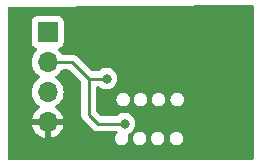
<source format=gbr>
%TF.GenerationSoftware,KiCad,Pcbnew,7.0.6-7.0.6~ubuntu22.04.1*%
%TF.CreationDate,2023-08-07T17:02:43+02:00*%
%TF.ProjectId,SHT45,53485434-352e-46b6-9963-61645f706362,rev?*%
%TF.SameCoordinates,Original*%
%TF.FileFunction,Copper,L2,Bot*%
%TF.FilePolarity,Positive*%
%FSLAX46Y46*%
G04 Gerber Fmt 4.6, Leading zero omitted, Abs format (unit mm)*
G04 Created by KiCad (PCBNEW 7.0.6-7.0.6~ubuntu22.04.1) date 2023-08-07 17:02:43*
%MOMM*%
%LPD*%
G01*
G04 APERTURE LIST*
%TA.AperFunction,ComponentPad*%
%ADD10R,1.700000X1.700000*%
%TD*%
%TA.AperFunction,ComponentPad*%
%ADD11O,1.700000X1.700000*%
%TD*%
%TA.AperFunction,ViaPad*%
%ADD12C,0.800000*%
%TD*%
%TA.AperFunction,Conductor*%
%ADD13C,0.250000*%
%TD*%
G04 APERTURE END LIST*
D10*
%TO.P,J1,1,Pin_1*%
%TO.N,+3.3V*%
X125044000Y-84196000D03*
D11*
%TO.P,J1,2,Pin_2*%
%TO.N,/SCL*%
X125044000Y-86736000D03*
%TO.P,J1,3,Pin_3*%
%TO.N,/SDA*%
X125044000Y-89276000D03*
%TO.P,J1,4,Pin_4*%
%TO.N,GND*%
X125044000Y-91816000D03*
%TD*%
D12*
%TO.N,/SCL*%
X131572000Y-91948000D03*
X130048000Y-88138000D03*
%TD*%
D13*
%TO.N,/SCL*%
X125044000Y-86736000D02*
X127122000Y-86736000D01*
X127122000Y-86736000D02*
X128524000Y-88138000D01*
X129286000Y-91948000D02*
X131572000Y-91948000D01*
X130048000Y-88138000D02*
X128524000Y-88138000D01*
X128524000Y-88138000D02*
X128524000Y-91186000D01*
X128524000Y-91186000D02*
X129286000Y-91948000D01*
%TD*%
%TA.AperFunction,Conductor*%
%TO.N,GND*%
G36*
X142435878Y-81935052D02*
G01*
X142481966Y-81987566D01*
X142493500Y-82039790D01*
X142493500Y-94871500D01*
X142473815Y-94938539D01*
X142421011Y-94984294D01*
X142369500Y-94995500D01*
X121790000Y-94995500D01*
X121722961Y-94975815D01*
X121677206Y-94923011D01*
X121666000Y-94871500D01*
X121666000Y-89276000D01*
X123688341Y-89276000D01*
X123708936Y-89511403D01*
X123708938Y-89511413D01*
X123770094Y-89739655D01*
X123770096Y-89739659D01*
X123770097Y-89739663D01*
X123860816Y-89934209D01*
X123869965Y-89953830D01*
X123869967Y-89953834D01*
X124005501Y-90147395D01*
X124005506Y-90147402D01*
X124172597Y-90314493D01*
X124172603Y-90314498D01*
X124198467Y-90332608D01*
X124305332Y-90407436D01*
X124358594Y-90444730D01*
X124402219Y-90499307D01*
X124409413Y-90568805D01*
X124377890Y-90631160D01*
X124358595Y-90647880D01*
X124172922Y-90777890D01*
X124172920Y-90777891D01*
X124005891Y-90944920D01*
X124005886Y-90944926D01*
X123870400Y-91138420D01*
X123870399Y-91138422D01*
X123770570Y-91352507D01*
X123770567Y-91352513D01*
X123713364Y-91565999D01*
X123713364Y-91566000D01*
X124610314Y-91566000D01*
X124584507Y-91606156D01*
X124544000Y-91744111D01*
X124544000Y-91887889D01*
X124584507Y-92025844D01*
X124610314Y-92066000D01*
X123713364Y-92066000D01*
X123770567Y-92279486D01*
X123770570Y-92279492D01*
X123870399Y-92493578D01*
X124005894Y-92687082D01*
X124172917Y-92854105D01*
X124366421Y-92989600D01*
X124580507Y-93089429D01*
X124580516Y-93089433D01*
X124794000Y-93146634D01*
X124794000Y-92251501D01*
X124901685Y-92300680D01*
X125008237Y-92316000D01*
X125079763Y-92316000D01*
X125186315Y-92300680D01*
X125294000Y-92251501D01*
X125294000Y-93146633D01*
X125507483Y-93089433D01*
X125507492Y-93089429D01*
X125721578Y-92989600D01*
X125915082Y-92854105D01*
X126082105Y-92687082D01*
X126217600Y-92493578D01*
X126317429Y-92279492D01*
X126317432Y-92279486D01*
X126374636Y-92066000D01*
X125477686Y-92066000D01*
X125503493Y-92025844D01*
X125544000Y-91887889D01*
X125544000Y-91744111D01*
X125503493Y-91606156D01*
X125477686Y-91566000D01*
X126374636Y-91566000D01*
X126374635Y-91565999D01*
X126317432Y-91352513D01*
X126317429Y-91352507D01*
X126217600Y-91138422D01*
X126217599Y-91138420D01*
X126082113Y-90944926D01*
X126082108Y-90944920D01*
X125915078Y-90777890D01*
X125729405Y-90647879D01*
X125685780Y-90593302D01*
X125678588Y-90523804D01*
X125710110Y-90461449D01*
X125729406Y-90444730D01*
X125775367Y-90412548D01*
X125915401Y-90314495D01*
X126082495Y-90147401D01*
X126218035Y-89953830D01*
X126317903Y-89739663D01*
X126379063Y-89511408D01*
X126399659Y-89276000D01*
X126379063Y-89040592D01*
X126317903Y-88812337D01*
X126218035Y-88598171D01*
X126153696Y-88506284D01*
X126082494Y-88404597D01*
X125915402Y-88237506D01*
X125915401Y-88237505D01*
X125729842Y-88107575D01*
X125729841Y-88107574D01*
X125686216Y-88052997D01*
X125679024Y-87983498D01*
X125710546Y-87921144D01*
X125729836Y-87904428D01*
X125915401Y-87774495D01*
X126082495Y-87607401D01*
X126217651Y-87414377D01*
X126272229Y-87370752D01*
X126319227Y-87361500D01*
X126811548Y-87361500D01*
X126878587Y-87381185D01*
X126899228Y-87397818D01*
X127862181Y-88360772D01*
X127895665Y-88422093D01*
X127898499Y-88448451D01*
X127898499Y-91103255D01*
X127896776Y-91118872D01*
X127897061Y-91118899D01*
X127896326Y-91126665D01*
X127898500Y-91195814D01*
X127898500Y-91225343D01*
X127898501Y-91225360D01*
X127899368Y-91232231D01*
X127899826Y-91238050D01*
X127901290Y-91284624D01*
X127901291Y-91284627D01*
X127906880Y-91303867D01*
X127910824Y-91322911D01*
X127913336Y-91342792D01*
X127917185Y-91352513D01*
X127930490Y-91386119D01*
X127932382Y-91391647D01*
X127945381Y-91436388D01*
X127955580Y-91453634D01*
X127964138Y-91471103D01*
X127971514Y-91489732D01*
X127998898Y-91527423D01*
X128002106Y-91532307D01*
X128025827Y-91572416D01*
X128025833Y-91572424D01*
X128039990Y-91586580D01*
X128052628Y-91601376D01*
X128064405Y-91617586D01*
X128064406Y-91617587D01*
X128100309Y-91647288D01*
X128104620Y-91651210D01*
X128479254Y-92025844D01*
X128785194Y-92331784D01*
X128795019Y-92344048D01*
X128795240Y-92343866D01*
X128800210Y-92349873D01*
X128800213Y-92349876D01*
X128800214Y-92349877D01*
X128850651Y-92397241D01*
X128871530Y-92418120D01*
X128877004Y-92422366D01*
X128881442Y-92426156D01*
X128915418Y-92458062D01*
X128915422Y-92458064D01*
X128932973Y-92467713D01*
X128949231Y-92478392D01*
X128965064Y-92490674D01*
X128987015Y-92500172D01*
X129007837Y-92509183D01*
X129013081Y-92511752D01*
X129053908Y-92534197D01*
X129073312Y-92539179D01*
X129091710Y-92545478D01*
X129110105Y-92553438D01*
X129156129Y-92560726D01*
X129161832Y-92561907D01*
X129206981Y-92573500D01*
X129227016Y-92573500D01*
X129246413Y-92575026D01*
X129266196Y-92578160D01*
X129312583Y-92573775D01*
X129318422Y-92573500D01*
X130847983Y-92573500D01*
X130915022Y-92593185D01*
X130951088Y-92628613D01*
X130954766Y-92634118D01*
X130975641Y-92700797D01*
X130957154Y-92768176D01*
X130927152Y-92801378D01*
X130912567Y-92812570D01*
X130901379Y-92827150D01*
X130882807Y-92840709D01*
X130873624Y-92856616D01*
X130853919Y-92882295D01*
X130846429Y-92889784D01*
X130832638Y-92916735D01*
X130821452Y-92931313D01*
X130821444Y-92931327D01*
X130814415Y-92948297D01*
X130799988Y-92966198D01*
X130795233Y-92983944D01*
X130782847Y-93013847D01*
X130777549Y-93023022D01*
X130771204Y-93052620D01*
X130764171Y-93069599D01*
X130761772Y-93087823D01*
X130752468Y-93108852D01*
X130752468Y-93127218D01*
X130748243Y-93159312D01*
X130745501Y-93169543D01*
X130747033Y-93199774D01*
X130744634Y-93217998D01*
X130744634Y-93218000D01*
X130747031Y-93236209D01*
X130747033Y-93236222D01*
X130743488Y-93258943D01*
X130748243Y-93276685D01*
X130752468Y-93308780D01*
X130752468Y-93319373D01*
X130761772Y-93348177D01*
X130764171Y-93366398D01*
X130764172Y-93366401D01*
X130771202Y-93383373D01*
X130773660Y-93406243D01*
X130782846Y-93422152D01*
X130795235Y-93452060D01*
X130797976Y-93462291D01*
X130814417Y-93487706D01*
X130821448Y-93504681D01*
X130832634Y-93519259D01*
X130840925Y-93540708D01*
X130853919Y-93553702D01*
X130873624Y-93579381D01*
X130878923Y-93588558D01*
X130901385Y-93608856D01*
X130912569Y-93623431D01*
X130927135Y-93634608D01*
X130927142Y-93634613D01*
X130940703Y-93653185D01*
X130956617Y-93662374D01*
X130982297Y-93682080D01*
X130989794Y-93689577D01*
X131016741Y-93703366D01*
X131016748Y-93703371D01*
X131031317Y-93714550D01*
X131048288Y-93721579D01*
X131066194Y-93736008D01*
X131083934Y-93740762D01*
X131113842Y-93753151D01*
X131123020Y-93758450D01*
X131152627Y-93764798D01*
X131152632Y-93764800D01*
X131169602Y-93771829D01*
X131187816Y-93774226D01*
X131208852Y-93783532D01*
X131227222Y-93783532D01*
X131259316Y-93787757D01*
X131269545Y-93790498D01*
X131299779Y-93788967D01*
X131318000Y-93791366D01*
X131336215Y-93788967D01*
X131358942Y-93792511D01*
X131376685Y-93787757D01*
X131408779Y-93783532D01*
X131419370Y-93783532D01*
X131448182Y-93774227D01*
X131466398Y-93771829D01*
X131483368Y-93764799D01*
X131506240Y-93762340D01*
X131522152Y-93753153D01*
X131552062Y-93740763D01*
X131562294Y-93738021D01*
X131587706Y-93721581D01*
X131604683Y-93714550D01*
X131619253Y-93703369D01*
X131640706Y-93695074D01*
X131653702Y-93682079D01*
X131679384Y-93662372D01*
X131688564Y-93657071D01*
X131708861Y-93634610D01*
X131723431Y-93623431D01*
X131734609Y-93608862D01*
X131753183Y-93595299D01*
X131762372Y-93579384D01*
X131782079Y-93553702D01*
X131789577Y-93546204D01*
X131803368Y-93519255D01*
X131814550Y-93504683D01*
X131821580Y-93487709D01*
X131836009Y-93469803D01*
X131840763Y-93452062D01*
X131853153Y-93422152D01*
X131858449Y-93412979D01*
X131864798Y-93383370D01*
X131871829Y-93366398D01*
X131879135Y-93310898D01*
X131880709Y-93302987D01*
X131883532Y-93292454D01*
X131883931Y-93290968D01*
X131884266Y-93289714D01*
X131884270Y-93289698D01*
X131890497Y-93266457D01*
X131890117Y-93258946D01*
X132267488Y-93258946D01*
X132272242Y-93276687D01*
X132276467Y-93308778D01*
X132276467Y-93319370D01*
X132285772Y-93348177D01*
X132288171Y-93366398D01*
X132288172Y-93366401D01*
X132295202Y-93383373D01*
X132297660Y-93406243D01*
X132306846Y-93422152D01*
X132319235Y-93452060D01*
X132321976Y-93462291D01*
X132338417Y-93487706D01*
X132345448Y-93504681D01*
X132356634Y-93519259D01*
X132364925Y-93540708D01*
X132377919Y-93553702D01*
X132397624Y-93579381D01*
X132402923Y-93588558D01*
X132425385Y-93608856D01*
X132436569Y-93623431D01*
X132451135Y-93634608D01*
X132451142Y-93634613D01*
X132464703Y-93653185D01*
X132480617Y-93662374D01*
X132506297Y-93682080D01*
X132513794Y-93689577D01*
X132540741Y-93703366D01*
X132540748Y-93703371D01*
X132555317Y-93714550D01*
X132572288Y-93721579D01*
X132590194Y-93736008D01*
X132607934Y-93740762D01*
X132637842Y-93753151D01*
X132647020Y-93758450D01*
X132676627Y-93764798D01*
X132676632Y-93764800D01*
X132693602Y-93771829D01*
X132711816Y-93774226D01*
X132732852Y-93783532D01*
X132751222Y-93783532D01*
X132783316Y-93787757D01*
X132793545Y-93790498D01*
X132823779Y-93788967D01*
X132842000Y-93791366D01*
X132860215Y-93788967D01*
X132882942Y-93792511D01*
X132900685Y-93787757D01*
X132932779Y-93783532D01*
X132943370Y-93783532D01*
X132972182Y-93774227D01*
X132990398Y-93771829D01*
X133007368Y-93764799D01*
X133030240Y-93762340D01*
X133046152Y-93753153D01*
X133076062Y-93740763D01*
X133086294Y-93738021D01*
X133111706Y-93721581D01*
X133128683Y-93714550D01*
X133143253Y-93703369D01*
X133164706Y-93695074D01*
X133177702Y-93682079D01*
X133203384Y-93662372D01*
X133212564Y-93657071D01*
X133232861Y-93634610D01*
X133247431Y-93623431D01*
X133258609Y-93608862D01*
X133277183Y-93595299D01*
X133286372Y-93579384D01*
X133306079Y-93553702D01*
X133313577Y-93546204D01*
X133327368Y-93519255D01*
X133338550Y-93504683D01*
X133345580Y-93487709D01*
X133360009Y-93469803D01*
X133364763Y-93452062D01*
X133377153Y-93422152D01*
X133382449Y-93412979D01*
X133388798Y-93383370D01*
X133395829Y-93366398D01*
X133403135Y-93310898D01*
X133404709Y-93302987D01*
X133407532Y-93292454D01*
X133407931Y-93290968D01*
X133408266Y-93289714D01*
X133408270Y-93289698D01*
X133414497Y-93266457D01*
X133414117Y-93258943D01*
X133791488Y-93258943D01*
X133796243Y-93276685D01*
X133800468Y-93308780D01*
X133800468Y-93319373D01*
X133809772Y-93348177D01*
X133812171Y-93366398D01*
X133812172Y-93366401D01*
X133819202Y-93383373D01*
X133821660Y-93406243D01*
X133830846Y-93422152D01*
X133843235Y-93452060D01*
X133845976Y-93462291D01*
X133862417Y-93487706D01*
X133869448Y-93504681D01*
X133880634Y-93519259D01*
X133888925Y-93540708D01*
X133901919Y-93553702D01*
X133921624Y-93579381D01*
X133926923Y-93588558D01*
X133949385Y-93608856D01*
X133960569Y-93623431D01*
X133975135Y-93634608D01*
X133975142Y-93634613D01*
X133988703Y-93653185D01*
X134004617Y-93662374D01*
X134030297Y-93682080D01*
X134037794Y-93689577D01*
X134064741Y-93703366D01*
X134064748Y-93703371D01*
X134079317Y-93714550D01*
X134096288Y-93721579D01*
X134114194Y-93736008D01*
X134131934Y-93740762D01*
X134161842Y-93753151D01*
X134171020Y-93758450D01*
X134200627Y-93764798D01*
X134200632Y-93764800D01*
X134217602Y-93771829D01*
X134235816Y-93774226D01*
X134256852Y-93783532D01*
X134275222Y-93783532D01*
X134307316Y-93787757D01*
X134317545Y-93790498D01*
X134347779Y-93788967D01*
X134366000Y-93791366D01*
X134384215Y-93788967D01*
X134406942Y-93792511D01*
X134424685Y-93787757D01*
X134456779Y-93783532D01*
X134467370Y-93783532D01*
X134496182Y-93774227D01*
X134514398Y-93771829D01*
X134531368Y-93764799D01*
X134554240Y-93762340D01*
X134570152Y-93753153D01*
X134600062Y-93740763D01*
X134610294Y-93738021D01*
X134635706Y-93721581D01*
X134652683Y-93714550D01*
X134667253Y-93703369D01*
X134688706Y-93695074D01*
X134701702Y-93682079D01*
X134727384Y-93662372D01*
X134736564Y-93657071D01*
X134756861Y-93634610D01*
X134771431Y-93623431D01*
X134782609Y-93608862D01*
X134801183Y-93595299D01*
X134810372Y-93579384D01*
X134830079Y-93553702D01*
X134837577Y-93546204D01*
X134851368Y-93519255D01*
X134862550Y-93504683D01*
X134869580Y-93487709D01*
X134884009Y-93469803D01*
X134888763Y-93452062D01*
X134901153Y-93422152D01*
X134906449Y-93412979D01*
X134912798Y-93383370D01*
X134919829Y-93366398D01*
X134927135Y-93310898D01*
X134928709Y-93302987D01*
X134931532Y-93292454D01*
X134931931Y-93290968D01*
X134932266Y-93289714D01*
X134932270Y-93289698D01*
X134938497Y-93266457D01*
X134938117Y-93258943D01*
X135375449Y-93258943D01*
X135380204Y-93276685D01*
X135384429Y-93308780D01*
X135384429Y-93319373D01*
X135393733Y-93348177D01*
X135396132Y-93366398D01*
X135396133Y-93366401D01*
X135403163Y-93383373D01*
X135405621Y-93406243D01*
X135414807Y-93422152D01*
X135427196Y-93452060D01*
X135429937Y-93462291D01*
X135446378Y-93487706D01*
X135453409Y-93504681D01*
X135464595Y-93519259D01*
X135472886Y-93540708D01*
X135485880Y-93553702D01*
X135505585Y-93579381D01*
X135510884Y-93588558D01*
X135533346Y-93608856D01*
X135544530Y-93623431D01*
X135559096Y-93634608D01*
X135559103Y-93634613D01*
X135572664Y-93653185D01*
X135588578Y-93662374D01*
X135614258Y-93682080D01*
X135621755Y-93689577D01*
X135648702Y-93703366D01*
X135648709Y-93703371D01*
X135663278Y-93714550D01*
X135680249Y-93721579D01*
X135698155Y-93736008D01*
X135715895Y-93740762D01*
X135745803Y-93753151D01*
X135754981Y-93758450D01*
X135784588Y-93764798D01*
X135784593Y-93764800D01*
X135801563Y-93771829D01*
X135819777Y-93774226D01*
X135840813Y-93783532D01*
X135859183Y-93783532D01*
X135891277Y-93787757D01*
X135901506Y-93790498D01*
X135931740Y-93788967D01*
X135949961Y-93791366D01*
X135968176Y-93788967D01*
X135990903Y-93792511D01*
X136008646Y-93787757D01*
X136040740Y-93783532D01*
X136051331Y-93783532D01*
X136080143Y-93774227D01*
X136098359Y-93771829D01*
X136115329Y-93764799D01*
X136138201Y-93762340D01*
X136154113Y-93753153D01*
X136184023Y-93740763D01*
X136194255Y-93738021D01*
X136219667Y-93721581D01*
X136236644Y-93714550D01*
X136251214Y-93703369D01*
X136272667Y-93695074D01*
X136285663Y-93682079D01*
X136311345Y-93662372D01*
X136320525Y-93657071D01*
X136340822Y-93634610D01*
X136355392Y-93623431D01*
X136366570Y-93608862D01*
X136385144Y-93595299D01*
X136394333Y-93579384D01*
X136414040Y-93553702D01*
X136421538Y-93546204D01*
X136435329Y-93519255D01*
X136446511Y-93504683D01*
X136453541Y-93487709D01*
X136467970Y-93469803D01*
X136472724Y-93452062D01*
X136485114Y-93422152D01*
X136490410Y-93412979D01*
X136496759Y-93383370D01*
X136503790Y-93366398D01*
X136511096Y-93310898D01*
X136512670Y-93302987D01*
X136515493Y-93292454D01*
X136515892Y-93290968D01*
X136516227Y-93289714D01*
X136516231Y-93289698D01*
X136522458Y-93266457D01*
X136520929Y-93236213D01*
X136523327Y-93218000D01*
X136520928Y-93199782D01*
X136524471Y-93177057D01*
X136516231Y-93146303D01*
X136516229Y-93146294D01*
X136515493Y-93143548D01*
X136515493Y-93143546D01*
X136512672Y-93133017D01*
X136511094Y-93125086D01*
X136503790Y-93069602D01*
X136496759Y-93052629D01*
X136494300Y-93029763D01*
X136485113Y-93013850D01*
X136472725Y-92983942D01*
X136469983Y-92973710D01*
X136453541Y-92948290D01*
X136446511Y-92931317D01*
X136446508Y-92931313D01*
X136435327Y-92916741D01*
X136427034Y-92895290D01*
X136414042Y-92882298D01*
X136394336Y-92856617D01*
X136389042Y-92847447D01*
X136366577Y-92827146D01*
X136355392Y-92812569D01*
X136355390Y-92812568D01*
X136355390Y-92812567D01*
X136340817Y-92801385D01*
X136327255Y-92782811D01*
X136311342Y-92773624D01*
X136285663Y-92753919D01*
X136278170Y-92746426D01*
X136251220Y-92732634D01*
X136236642Y-92721448D01*
X136219667Y-92714417D01*
X136201763Y-92699989D01*
X136184021Y-92695235D01*
X136154113Y-92682846D01*
X136144945Y-92677552D01*
X136115334Y-92671202D01*
X136098362Y-92664172D01*
X136098359Y-92664171D01*
X136080138Y-92661772D01*
X136059108Y-92652468D01*
X136040742Y-92652468D01*
X136008648Y-92648243D01*
X135998420Y-92645502D01*
X135968183Y-92647033D01*
X135949961Y-92644634D01*
X135949960Y-92644634D01*
X135949959Y-92644634D01*
X135931735Y-92647033D01*
X135909015Y-92643489D01*
X135891275Y-92648243D01*
X135859180Y-92652468D01*
X135848593Y-92652468D01*
X135819784Y-92661772D01*
X135801560Y-92664171D01*
X135784581Y-92671204D01*
X135761719Y-92673660D01*
X135745808Y-92682847D01*
X135715905Y-92695233D01*
X135705672Y-92697974D01*
X135680258Y-92714415D01*
X135663288Y-92721444D01*
X135663274Y-92721452D01*
X135648696Y-92732638D01*
X135627245Y-92740929D01*
X135614256Y-92753919D01*
X135588577Y-92773624D01*
X135579410Y-92778916D01*
X135559111Y-92801379D01*
X135544529Y-92812568D01*
X135533340Y-92827150D01*
X135514768Y-92840709D01*
X135505585Y-92856616D01*
X135485880Y-92882295D01*
X135478390Y-92889784D01*
X135464599Y-92916735D01*
X135453413Y-92931313D01*
X135453405Y-92931327D01*
X135446376Y-92948297D01*
X135431949Y-92966198D01*
X135427194Y-92983944D01*
X135414808Y-93013847D01*
X135409510Y-93023022D01*
X135403165Y-93052620D01*
X135396132Y-93069599D01*
X135393733Y-93087823D01*
X135384429Y-93108852D01*
X135384429Y-93127218D01*
X135380204Y-93159312D01*
X135377462Y-93169543D01*
X135378994Y-93199774D01*
X135376595Y-93217998D01*
X135376595Y-93218000D01*
X135378992Y-93236209D01*
X135378994Y-93236222D01*
X135375449Y-93258943D01*
X134938117Y-93258943D01*
X134936968Y-93236213D01*
X134939366Y-93218000D01*
X134936967Y-93199782D01*
X134940510Y-93177057D01*
X134932270Y-93146303D01*
X134932268Y-93146294D01*
X134931532Y-93143548D01*
X134931532Y-93143546D01*
X134928711Y-93133017D01*
X134927133Y-93125086D01*
X134919829Y-93069602D01*
X134912798Y-93052629D01*
X134910339Y-93029763D01*
X134901152Y-93013850D01*
X134888764Y-92983942D01*
X134886022Y-92973710D01*
X134869580Y-92948290D01*
X134862550Y-92931317D01*
X134862547Y-92931313D01*
X134851366Y-92916741D01*
X134843073Y-92895290D01*
X134830081Y-92882298D01*
X134810375Y-92856617D01*
X134805081Y-92847447D01*
X134782616Y-92827146D01*
X134771431Y-92812569D01*
X134771429Y-92812568D01*
X134771429Y-92812567D01*
X134756856Y-92801385D01*
X134743294Y-92782811D01*
X134727381Y-92773624D01*
X134701702Y-92753919D01*
X134694209Y-92746426D01*
X134667259Y-92732634D01*
X134652681Y-92721448D01*
X134635706Y-92714417D01*
X134617802Y-92699989D01*
X134600060Y-92695235D01*
X134570152Y-92682846D01*
X134560984Y-92677552D01*
X134531373Y-92671202D01*
X134514401Y-92664172D01*
X134514398Y-92664171D01*
X134496177Y-92661772D01*
X134475147Y-92652468D01*
X134456781Y-92652468D01*
X134424687Y-92648243D01*
X134414459Y-92645502D01*
X134384222Y-92647033D01*
X134366000Y-92644634D01*
X134365999Y-92644634D01*
X134365998Y-92644634D01*
X134347774Y-92647033D01*
X134325054Y-92643489D01*
X134307314Y-92648243D01*
X134275219Y-92652468D01*
X134264632Y-92652468D01*
X134235823Y-92661772D01*
X134217599Y-92664171D01*
X134200620Y-92671204D01*
X134177758Y-92673660D01*
X134161847Y-92682847D01*
X134131944Y-92695233D01*
X134121711Y-92697974D01*
X134096297Y-92714415D01*
X134079327Y-92721444D01*
X134079313Y-92721452D01*
X134064735Y-92732638D01*
X134043284Y-92740929D01*
X134030295Y-92753919D01*
X134004616Y-92773624D01*
X133995449Y-92778916D01*
X133975150Y-92801379D01*
X133960568Y-92812568D01*
X133949379Y-92827150D01*
X133930807Y-92840709D01*
X133921624Y-92856616D01*
X133901919Y-92882295D01*
X133894429Y-92889784D01*
X133880638Y-92916735D01*
X133869452Y-92931313D01*
X133869444Y-92931327D01*
X133862415Y-92948297D01*
X133847988Y-92966198D01*
X133843233Y-92983944D01*
X133830847Y-93013847D01*
X133825549Y-93023022D01*
X133819204Y-93052620D01*
X133812171Y-93069599D01*
X133809772Y-93087823D01*
X133800468Y-93108852D01*
X133800468Y-93127218D01*
X133796243Y-93159312D01*
X133793501Y-93169543D01*
X133795033Y-93199774D01*
X133792634Y-93217998D01*
X133792634Y-93218000D01*
X133795031Y-93236209D01*
X133795033Y-93236222D01*
X133791488Y-93258943D01*
X133414117Y-93258943D01*
X133412968Y-93236213D01*
X133415366Y-93218000D01*
X133412967Y-93199782D01*
X133416510Y-93177057D01*
X133408270Y-93146303D01*
X133408268Y-93146294D01*
X133407532Y-93143548D01*
X133407532Y-93143546D01*
X133404711Y-93133017D01*
X133403133Y-93125086D01*
X133395829Y-93069602D01*
X133388798Y-93052629D01*
X133386339Y-93029763D01*
X133377152Y-93013850D01*
X133364764Y-92983942D01*
X133362022Y-92973710D01*
X133345580Y-92948290D01*
X133338550Y-92931317D01*
X133338547Y-92931313D01*
X133327366Y-92916741D01*
X133319073Y-92895290D01*
X133306081Y-92882298D01*
X133286375Y-92856617D01*
X133281081Y-92847447D01*
X133258616Y-92827146D01*
X133247431Y-92812569D01*
X133247429Y-92812568D01*
X133247429Y-92812567D01*
X133232856Y-92801385D01*
X133219294Y-92782811D01*
X133203381Y-92773624D01*
X133177702Y-92753919D01*
X133170209Y-92746426D01*
X133143259Y-92732634D01*
X133128681Y-92721448D01*
X133111706Y-92714417D01*
X133093802Y-92699989D01*
X133076060Y-92695235D01*
X133046152Y-92682846D01*
X133036984Y-92677552D01*
X133007373Y-92671202D01*
X132990401Y-92664172D01*
X132990398Y-92664171D01*
X132972177Y-92661772D01*
X132951147Y-92652468D01*
X132932781Y-92652468D01*
X132900687Y-92648243D01*
X132890459Y-92645502D01*
X132860222Y-92647033D01*
X132842000Y-92644634D01*
X132841999Y-92644634D01*
X132841998Y-92644634D01*
X132823774Y-92647033D01*
X132801054Y-92643489D01*
X132783314Y-92648243D01*
X132751219Y-92652468D01*
X132740632Y-92652468D01*
X132711823Y-92661772D01*
X132693599Y-92664171D01*
X132676620Y-92671204D01*
X132653758Y-92673660D01*
X132637847Y-92682847D01*
X132607944Y-92695233D01*
X132597711Y-92697974D01*
X132572297Y-92714415D01*
X132555327Y-92721444D01*
X132555313Y-92721452D01*
X132540735Y-92732638D01*
X132519284Y-92740929D01*
X132506295Y-92753919D01*
X132480616Y-92773624D01*
X132471449Y-92778916D01*
X132451150Y-92801379D01*
X132436568Y-92812568D01*
X132425379Y-92827150D01*
X132406807Y-92840709D01*
X132397624Y-92856616D01*
X132377919Y-92882295D01*
X132370429Y-92889784D01*
X132356638Y-92916735D01*
X132345452Y-92931313D01*
X132345444Y-92931327D01*
X132338415Y-92948297D01*
X132323988Y-92966198D01*
X132319233Y-92983944D01*
X132306847Y-93013847D01*
X132301549Y-93023022D01*
X132295204Y-93052620D01*
X132288171Y-93069599D01*
X132285772Y-93087823D01*
X132276467Y-93108853D01*
X132276467Y-93127220D01*
X132272242Y-93159310D01*
X132269501Y-93169539D01*
X132271033Y-93199774D01*
X132268634Y-93217998D01*
X132268634Y-93218000D01*
X132271031Y-93236209D01*
X132271033Y-93236222D01*
X132267488Y-93258946D01*
X131890117Y-93258946D01*
X131888968Y-93236213D01*
X131891366Y-93218000D01*
X131888967Y-93199782D01*
X131892510Y-93177057D01*
X131884270Y-93146303D01*
X131884268Y-93146294D01*
X131883532Y-93143548D01*
X131883532Y-93143546D01*
X131880711Y-93133017D01*
X131879133Y-93125086D01*
X131871829Y-93069602D01*
X131864798Y-93052629D01*
X131862339Y-93029763D01*
X131853152Y-93013850D01*
X131840764Y-92983942D01*
X131827506Y-92934462D01*
X131829169Y-92864612D01*
X131868332Y-92806750D01*
X131896845Y-92789090D01*
X131941032Y-92769416D01*
X132024730Y-92732151D01*
X132177871Y-92620888D01*
X132304533Y-92480216D01*
X132399179Y-92316284D01*
X132457674Y-92136256D01*
X132477460Y-91948000D01*
X132457674Y-91759744D01*
X132399179Y-91579716D01*
X132304533Y-91415784D01*
X132177871Y-91275112D01*
X132177870Y-91275111D01*
X132024734Y-91163851D01*
X132024729Y-91163848D01*
X131851807Y-91086857D01*
X131851802Y-91086855D01*
X131706000Y-91055865D01*
X131666646Y-91047500D01*
X131477354Y-91047500D01*
X131444897Y-91054398D01*
X131292197Y-91086855D01*
X131292192Y-91086857D01*
X131119270Y-91163848D01*
X131119265Y-91163851D01*
X130966130Y-91275110D01*
X130966126Y-91275114D01*
X130960400Y-91281474D01*
X130900913Y-91318121D01*
X130868252Y-91322500D01*
X129596452Y-91322500D01*
X129529413Y-91302815D01*
X129508771Y-91286181D01*
X129185819Y-90963228D01*
X129152334Y-90901905D01*
X129149500Y-90875547D01*
X129149500Y-89956946D01*
X130870488Y-89956946D01*
X130875242Y-89974687D01*
X130879467Y-90006778D01*
X130879467Y-90017370D01*
X130888772Y-90046177D01*
X130891171Y-90064398D01*
X130891172Y-90064401D01*
X130898202Y-90081373D01*
X130900660Y-90104243D01*
X130909846Y-90120152D01*
X130922235Y-90150060D01*
X130924976Y-90160291D01*
X130941417Y-90185706D01*
X130948448Y-90202681D01*
X130959634Y-90217259D01*
X130967925Y-90238708D01*
X130980919Y-90251702D01*
X131000624Y-90277381D01*
X131005923Y-90286558D01*
X131028385Y-90306856D01*
X131034246Y-90314495D01*
X131039569Y-90321431D01*
X131054135Y-90332608D01*
X131054142Y-90332613D01*
X131067703Y-90351185D01*
X131083617Y-90360374D01*
X131109297Y-90380080D01*
X131116794Y-90387577D01*
X131143741Y-90401366D01*
X131143748Y-90401371D01*
X131158317Y-90412550D01*
X131175288Y-90419579D01*
X131193194Y-90434008D01*
X131210934Y-90438762D01*
X131240842Y-90451151D01*
X131250020Y-90456450D01*
X131279627Y-90462798D01*
X131279632Y-90462800D01*
X131296602Y-90469829D01*
X131314816Y-90472226D01*
X131335852Y-90481532D01*
X131354222Y-90481532D01*
X131386316Y-90485757D01*
X131396545Y-90488498D01*
X131426779Y-90486967D01*
X131445000Y-90489366D01*
X131463215Y-90486967D01*
X131485942Y-90490511D01*
X131503685Y-90485757D01*
X131535779Y-90481532D01*
X131546370Y-90481532D01*
X131575182Y-90472227D01*
X131593398Y-90469829D01*
X131610368Y-90462799D01*
X131633240Y-90460340D01*
X131649152Y-90451153D01*
X131679062Y-90438763D01*
X131689294Y-90436021D01*
X131714706Y-90419581D01*
X131731683Y-90412550D01*
X131746253Y-90401369D01*
X131767706Y-90393074D01*
X131780702Y-90380079D01*
X131806384Y-90360372D01*
X131815564Y-90355071D01*
X131835861Y-90332610D01*
X131850431Y-90321431D01*
X131861609Y-90306862D01*
X131880183Y-90293299D01*
X131889372Y-90277384D01*
X131909079Y-90251702D01*
X131916577Y-90244204D01*
X131930368Y-90217255D01*
X131941550Y-90202683D01*
X131948580Y-90185709D01*
X131963009Y-90167803D01*
X131967763Y-90150062D01*
X131980153Y-90120152D01*
X131985449Y-90110979D01*
X131991798Y-90081370D01*
X131998829Y-90064398D01*
X132006135Y-90008898D01*
X132007709Y-90000987D01*
X132010532Y-89990454D01*
X132010931Y-89988968D01*
X132011266Y-89987714D01*
X132011270Y-89987698D01*
X132017497Y-89964457D01*
X132017117Y-89956944D01*
X132334527Y-89956944D01*
X132339281Y-89974683D01*
X132343506Y-90006777D01*
X132343506Y-90017364D01*
X132352811Y-90046175D01*
X132355210Y-90064396D01*
X132355211Y-90064401D01*
X132362241Y-90081373D01*
X132364699Y-90104243D01*
X132373885Y-90120152D01*
X132386274Y-90150060D01*
X132389015Y-90160291D01*
X132405456Y-90185706D01*
X132412487Y-90202681D01*
X132423673Y-90217259D01*
X132431964Y-90238708D01*
X132444958Y-90251702D01*
X132464663Y-90277381D01*
X132469962Y-90286558D01*
X132492424Y-90306856D01*
X132498285Y-90314495D01*
X132503608Y-90321431D01*
X132518174Y-90332608D01*
X132518181Y-90332613D01*
X132531742Y-90351185D01*
X132547656Y-90360374D01*
X132573336Y-90380080D01*
X132580833Y-90387577D01*
X132607780Y-90401366D01*
X132607787Y-90401371D01*
X132622356Y-90412550D01*
X132639327Y-90419579D01*
X132657233Y-90434008D01*
X132674973Y-90438762D01*
X132704881Y-90451151D01*
X132714059Y-90456450D01*
X132743666Y-90462798D01*
X132743671Y-90462800D01*
X132760641Y-90469829D01*
X132778855Y-90472226D01*
X132799891Y-90481532D01*
X132818261Y-90481532D01*
X132850355Y-90485757D01*
X132860584Y-90488498D01*
X132890818Y-90486967D01*
X132909039Y-90489366D01*
X132927254Y-90486967D01*
X132949981Y-90490511D01*
X132967724Y-90485757D01*
X132999818Y-90481532D01*
X133010409Y-90481532D01*
X133039221Y-90472227D01*
X133057437Y-90469829D01*
X133074407Y-90462799D01*
X133097279Y-90460340D01*
X133113191Y-90451153D01*
X133143101Y-90438763D01*
X133153333Y-90436021D01*
X133178745Y-90419581D01*
X133195722Y-90412550D01*
X133210292Y-90401369D01*
X133231745Y-90393074D01*
X133244741Y-90380079D01*
X133270423Y-90360372D01*
X133279603Y-90355071D01*
X133299900Y-90332610D01*
X133314470Y-90321431D01*
X133325648Y-90306862D01*
X133344222Y-90293299D01*
X133353411Y-90277384D01*
X133373118Y-90251702D01*
X133380616Y-90244204D01*
X133394407Y-90217255D01*
X133405589Y-90202683D01*
X133412619Y-90185709D01*
X133427048Y-90167803D01*
X133431802Y-90150062D01*
X133444192Y-90120152D01*
X133449488Y-90110979D01*
X133455837Y-90081370D01*
X133462868Y-90064398D01*
X133470174Y-90008898D01*
X133471748Y-90000987D01*
X133474571Y-89990454D01*
X133474970Y-89988968D01*
X133475305Y-89987714D01*
X133475309Y-89987698D01*
X133481536Y-89964457D01*
X133481156Y-89956944D01*
X133858527Y-89956944D01*
X133863281Y-89974683D01*
X133867506Y-90006777D01*
X133867506Y-90017364D01*
X133876811Y-90046175D01*
X133879210Y-90064396D01*
X133879211Y-90064401D01*
X133886241Y-90081373D01*
X133888699Y-90104243D01*
X133897885Y-90120152D01*
X133910274Y-90150060D01*
X133913015Y-90160291D01*
X133929456Y-90185706D01*
X133936487Y-90202681D01*
X133947673Y-90217259D01*
X133955964Y-90238708D01*
X133968958Y-90251702D01*
X133988663Y-90277381D01*
X133993962Y-90286558D01*
X134016424Y-90306856D01*
X134022285Y-90314495D01*
X134027608Y-90321431D01*
X134042174Y-90332608D01*
X134042181Y-90332613D01*
X134055742Y-90351185D01*
X134071656Y-90360374D01*
X134097336Y-90380080D01*
X134104833Y-90387577D01*
X134131780Y-90401366D01*
X134131787Y-90401371D01*
X134146356Y-90412550D01*
X134163327Y-90419579D01*
X134181233Y-90434008D01*
X134198973Y-90438762D01*
X134228881Y-90451151D01*
X134238059Y-90456450D01*
X134267666Y-90462798D01*
X134267671Y-90462800D01*
X134284641Y-90469829D01*
X134302855Y-90472226D01*
X134323891Y-90481532D01*
X134342261Y-90481532D01*
X134374355Y-90485757D01*
X134384584Y-90488498D01*
X134414818Y-90486967D01*
X134433039Y-90489366D01*
X134451254Y-90486967D01*
X134473981Y-90490511D01*
X134491724Y-90485757D01*
X134523818Y-90481532D01*
X134534409Y-90481532D01*
X134563221Y-90472227D01*
X134581437Y-90469829D01*
X134598407Y-90462799D01*
X134621279Y-90460340D01*
X134637191Y-90451153D01*
X134667101Y-90438763D01*
X134677333Y-90436021D01*
X134702745Y-90419581D01*
X134719722Y-90412550D01*
X134734292Y-90401369D01*
X134755745Y-90393074D01*
X134768741Y-90380079D01*
X134794423Y-90360372D01*
X134803603Y-90355071D01*
X134823900Y-90332610D01*
X134838470Y-90321431D01*
X134849648Y-90306862D01*
X134868222Y-90293299D01*
X134877411Y-90277384D01*
X134897118Y-90251702D01*
X134904616Y-90244204D01*
X134918407Y-90217255D01*
X134929589Y-90202683D01*
X134936619Y-90185709D01*
X134951048Y-90167803D01*
X134955802Y-90150062D01*
X134968192Y-90120152D01*
X134973488Y-90110979D01*
X134979837Y-90081370D01*
X134986868Y-90064398D01*
X134994174Y-90008898D01*
X134995748Y-90000987D01*
X134998571Y-89990454D01*
X134998970Y-89988968D01*
X134999305Y-89987714D01*
X134999309Y-89987698D01*
X135005536Y-89964457D01*
X135005156Y-89956943D01*
X135442488Y-89956943D01*
X135447243Y-89974685D01*
X135451468Y-90006780D01*
X135451468Y-90017373D01*
X135460772Y-90046177D01*
X135463171Y-90064398D01*
X135463172Y-90064401D01*
X135470202Y-90081373D01*
X135472660Y-90104243D01*
X135481846Y-90120152D01*
X135494235Y-90150060D01*
X135496976Y-90160291D01*
X135513417Y-90185706D01*
X135520448Y-90202681D01*
X135531634Y-90217259D01*
X135539925Y-90238708D01*
X135552919Y-90251702D01*
X135572624Y-90277381D01*
X135577923Y-90286558D01*
X135600385Y-90306856D01*
X135606246Y-90314495D01*
X135611569Y-90321431D01*
X135626135Y-90332608D01*
X135626142Y-90332613D01*
X135639703Y-90351185D01*
X135655617Y-90360374D01*
X135681297Y-90380080D01*
X135688794Y-90387577D01*
X135715741Y-90401366D01*
X135715748Y-90401371D01*
X135730317Y-90412550D01*
X135747288Y-90419579D01*
X135765194Y-90434008D01*
X135782934Y-90438762D01*
X135812842Y-90451151D01*
X135822020Y-90456450D01*
X135851627Y-90462798D01*
X135851632Y-90462800D01*
X135868602Y-90469829D01*
X135886816Y-90472226D01*
X135907852Y-90481532D01*
X135926222Y-90481532D01*
X135958316Y-90485757D01*
X135968545Y-90488498D01*
X135998779Y-90486967D01*
X136017000Y-90489366D01*
X136035215Y-90486967D01*
X136057942Y-90490511D01*
X136075685Y-90485757D01*
X136107779Y-90481532D01*
X136118370Y-90481532D01*
X136147182Y-90472227D01*
X136165398Y-90469829D01*
X136182368Y-90462799D01*
X136205240Y-90460340D01*
X136221152Y-90451153D01*
X136251062Y-90438763D01*
X136261294Y-90436021D01*
X136286706Y-90419581D01*
X136303683Y-90412550D01*
X136318253Y-90401369D01*
X136339706Y-90393074D01*
X136352702Y-90380079D01*
X136378384Y-90360372D01*
X136387564Y-90355071D01*
X136407861Y-90332610D01*
X136422431Y-90321431D01*
X136433609Y-90306862D01*
X136452183Y-90293299D01*
X136461372Y-90277384D01*
X136481079Y-90251702D01*
X136488577Y-90244204D01*
X136502368Y-90217255D01*
X136513550Y-90202683D01*
X136520580Y-90185709D01*
X136535009Y-90167803D01*
X136539763Y-90150062D01*
X136552153Y-90120152D01*
X136557449Y-90110979D01*
X136563798Y-90081370D01*
X136570829Y-90064398D01*
X136578135Y-90008898D01*
X136579709Y-90000987D01*
X136582532Y-89990454D01*
X136582931Y-89988968D01*
X136583266Y-89987714D01*
X136583270Y-89987698D01*
X136589497Y-89964457D01*
X136587968Y-89934213D01*
X136590366Y-89916000D01*
X136587967Y-89897782D01*
X136591510Y-89875057D01*
X136583270Y-89844303D01*
X136583268Y-89844294D01*
X136582532Y-89841548D01*
X136582532Y-89841546D01*
X136579711Y-89831017D01*
X136578133Y-89823086D01*
X136570829Y-89767602D01*
X136563798Y-89750629D01*
X136561339Y-89727763D01*
X136552152Y-89711850D01*
X136539764Y-89681942D01*
X136537022Y-89671710D01*
X136520580Y-89646290D01*
X136513550Y-89629317D01*
X136513547Y-89629313D01*
X136502366Y-89614741D01*
X136494073Y-89593290D01*
X136481081Y-89580298D01*
X136461375Y-89554617D01*
X136456081Y-89545447D01*
X136433616Y-89525146D01*
X136422431Y-89510569D01*
X136422429Y-89510568D01*
X136422429Y-89510567D01*
X136407856Y-89499385D01*
X136394294Y-89480811D01*
X136378381Y-89471624D01*
X136352702Y-89451919D01*
X136345209Y-89444426D01*
X136318259Y-89430634D01*
X136303681Y-89419448D01*
X136286706Y-89412417D01*
X136268802Y-89397989D01*
X136251060Y-89393235D01*
X136221152Y-89380846D01*
X136211984Y-89375552D01*
X136182373Y-89369202D01*
X136165401Y-89362172D01*
X136165398Y-89362171D01*
X136147177Y-89359772D01*
X136126147Y-89350468D01*
X136107781Y-89350468D01*
X136075687Y-89346243D01*
X136065459Y-89343502D01*
X136035222Y-89345033D01*
X136017000Y-89342634D01*
X136016999Y-89342634D01*
X136016998Y-89342634D01*
X135998774Y-89345033D01*
X135976054Y-89341489D01*
X135958314Y-89346243D01*
X135926219Y-89350468D01*
X135915632Y-89350468D01*
X135886823Y-89359772D01*
X135868599Y-89362171D01*
X135851620Y-89369204D01*
X135828758Y-89371660D01*
X135812847Y-89380847D01*
X135782944Y-89393233D01*
X135772711Y-89395974D01*
X135747297Y-89412415D01*
X135730327Y-89419444D01*
X135730313Y-89419452D01*
X135715735Y-89430638D01*
X135694284Y-89438929D01*
X135681295Y-89451919D01*
X135655616Y-89471624D01*
X135646449Y-89476916D01*
X135626150Y-89499379D01*
X135611568Y-89510568D01*
X135600379Y-89525150D01*
X135581807Y-89538709D01*
X135572624Y-89554616D01*
X135552919Y-89580295D01*
X135545429Y-89587784D01*
X135531638Y-89614735D01*
X135520452Y-89629313D01*
X135520444Y-89629327D01*
X135513415Y-89646297D01*
X135498988Y-89664198D01*
X135494233Y-89681944D01*
X135481847Y-89711847D01*
X135476549Y-89721022D01*
X135470204Y-89750620D01*
X135463171Y-89767599D01*
X135460772Y-89785823D01*
X135451468Y-89806852D01*
X135451468Y-89825218D01*
X135447243Y-89857312D01*
X135444501Y-89867543D01*
X135446033Y-89897774D01*
X135443634Y-89915998D01*
X135443634Y-89916000D01*
X135446031Y-89934209D01*
X135446033Y-89934222D01*
X135442488Y-89956943D01*
X135005156Y-89956943D01*
X135004007Y-89934213D01*
X135006405Y-89916000D01*
X135004006Y-89897782D01*
X135007549Y-89875057D01*
X134999309Y-89844303D01*
X134999307Y-89844294D01*
X134998571Y-89841548D01*
X134998571Y-89841546D01*
X134995750Y-89831017D01*
X134994172Y-89823086D01*
X134986868Y-89767602D01*
X134979837Y-89750629D01*
X134977378Y-89727763D01*
X134968191Y-89711850D01*
X134955803Y-89681942D01*
X134953061Y-89671710D01*
X134936619Y-89646290D01*
X134929589Y-89629317D01*
X134929586Y-89629313D01*
X134918405Y-89614741D01*
X134910112Y-89593290D01*
X134897120Y-89580298D01*
X134877414Y-89554617D01*
X134872120Y-89545447D01*
X134849655Y-89525146D01*
X134838470Y-89510569D01*
X134838468Y-89510568D01*
X134838468Y-89510567D01*
X134823895Y-89499385D01*
X134810333Y-89480811D01*
X134794420Y-89471624D01*
X134768741Y-89451919D01*
X134761248Y-89444426D01*
X134734298Y-89430634D01*
X134719720Y-89419448D01*
X134702745Y-89412417D01*
X134684841Y-89397989D01*
X134667099Y-89393235D01*
X134637191Y-89380846D01*
X134628023Y-89375552D01*
X134598412Y-89369202D01*
X134581440Y-89362172D01*
X134581437Y-89362171D01*
X134563216Y-89359772D01*
X134542186Y-89350468D01*
X134523820Y-89350468D01*
X134491726Y-89346243D01*
X134481498Y-89343502D01*
X134451261Y-89345033D01*
X134433039Y-89342634D01*
X134433038Y-89342634D01*
X134433037Y-89342634D01*
X134414813Y-89345033D01*
X134392093Y-89341489D01*
X134374353Y-89346243D01*
X134342258Y-89350468D01*
X134331671Y-89350468D01*
X134302862Y-89359772D01*
X134284638Y-89362171D01*
X134267659Y-89369204D01*
X134244797Y-89371660D01*
X134228886Y-89380847D01*
X134198983Y-89393233D01*
X134188750Y-89395974D01*
X134163336Y-89412415D01*
X134146366Y-89419444D01*
X134146352Y-89419452D01*
X134131774Y-89430638D01*
X134110323Y-89438929D01*
X134097334Y-89451919D01*
X134071655Y-89471624D01*
X134062488Y-89476916D01*
X134042189Y-89499379D01*
X134027607Y-89510568D01*
X134016418Y-89525150D01*
X133997846Y-89538709D01*
X133988663Y-89554616D01*
X133968958Y-89580295D01*
X133961468Y-89587784D01*
X133947677Y-89614735D01*
X133936491Y-89629313D01*
X133936483Y-89629327D01*
X133929454Y-89646297D01*
X133915027Y-89664198D01*
X133910272Y-89681944D01*
X133897886Y-89711847D01*
X133892588Y-89721022D01*
X133886243Y-89750620D01*
X133879210Y-89767600D01*
X133876811Y-89785824D01*
X133867506Y-89806856D01*
X133867506Y-89825222D01*
X133863281Y-89857316D01*
X133860540Y-89867544D01*
X133862072Y-89897774D01*
X133859673Y-89915998D01*
X133859673Y-89916000D01*
X133862070Y-89934209D01*
X133862072Y-89934222D01*
X133858527Y-89956944D01*
X133481156Y-89956944D01*
X133480007Y-89934213D01*
X133482405Y-89916000D01*
X133480006Y-89897782D01*
X133483549Y-89875057D01*
X133475309Y-89844303D01*
X133475307Y-89844294D01*
X133474571Y-89841548D01*
X133474571Y-89841546D01*
X133471750Y-89831017D01*
X133470172Y-89823086D01*
X133462868Y-89767602D01*
X133455837Y-89750629D01*
X133453378Y-89727763D01*
X133444191Y-89711850D01*
X133431803Y-89681942D01*
X133429061Y-89671710D01*
X133412619Y-89646290D01*
X133405589Y-89629317D01*
X133405586Y-89629313D01*
X133394405Y-89614741D01*
X133386112Y-89593290D01*
X133373120Y-89580298D01*
X133353414Y-89554617D01*
X133348120Y-89545447D01*
X133325655Y-89525146D01*
X133314470Y-89510569D01*
X133314468Y-89510568D01*
X133314468Y-89510567D01*
X133299895Y-89499385D01*
X133286333Y-89480811D01*
X133270420Y-89471624D01*
X133244741Y-89451919D01*
X133237248Y-89444426D01*
X133210298Y-89430634D01*
X133195720Y-89419448D01*
X133178745Y-89412417D01*
X133160841Y-89397989D01*
X133143099Y-89393235D01*
X133113191Y-89380846D01*
X133104023Y-89375552D01*
X133074412Y-89369202D01*
X133057440Y-89362172D01*
X133057437Y-89362171D01*
X133039216Y-89359772D01*
X133018186Y-89350468D01*
X132999820Y-89350468D01*
X132967726Y-89346243D01*
X132957498Y-89343502D01*
X132927261Y-89345033D01*
X132909039Y-89342634D01*
X132909038Y-89342634D01*
X132909037Y-89342634D01*
X132890813Y-89345033D01*
X132868093Y-89341489D01*
X132850353Y-89346243D01*
X132818258Y-89350468D01*
X132807671Y-89350468D01*
X132778862Y-89359772D01*
X132760638Y-89362171D01*
X132743659Y-89369204D01*
X132720797Y-89371660D01*
X132704886Y-89380847D01*
X132674983Y-89393233D01*
X132664750Y-89395974D01*
X132639336Y-89412415D01*
X132622366Y-89419444D01*
X132622352Y-89419452D01*
X132607774Y-89430638D01*
X132586323Y-89438929D01*
X132573334Y-89451919D01*
X132547655Y-89471624D01*
X132538488Y-89476916D01*
X132518189Y-89499379D01*
X132503607Y-89510568D01*
X132492418Y-89525150D01*
X132473846Y-89538709D01*
X132464663Y-89554616D01*
X132444958Y-89580295D01*
X132437468Y-89587784D01*
X132423677Y-89614735D01*
X132412491Y-89629313D01*
X132412483Y-89629327D01*
X132405454Y-89646297D01*
X132391027Y-89664198D01*
X132386272Y-89681944D01*
X132373886Y-89711847D01*
X132368588Y-89721022D01*
X132362243Y-89750620D01*
X132355210Y-89767600D01*
X132352811Y-89785824D01*
X132343506Y-89806856D01*
X132343506Y-89825222D01*
X132339281Y-89857316D01*
X132336540Y-89867544D01*
X132338072Y-89897774D01*
X132335673Y-89915998D01*
X132335673Y-89916000D01*
X132338070Y-89934209D01*
X132338072Y-89934222D01*
X132334527Y-89956944D01*
X132017117Y-89956944D01*
X132015968Y-89934213D01*
X132018366Y-89916000D01*
X132015967Y-89897782D01*
X132019510Y-89875057D01*
X132011270Y-89844303D01*
X132011268Y-89844294D01*
X132010532Y-89841548D01*
X132010532Y-89841546D01*
X132007711Y-89831017D01*
X132006133Y-89823086D01*
X131998829Y-89767602D01*
X131991798Y-89750629D01*
X131989339Y-89727763D01*
X131980152Y-89711850D01*
X131967764Y-89681942D01*
X131965022Y-89671710D01*
X131948580Y-89646290D01*
X131941550Y-89629317D01*
X131941547Y-89629313D01*
X131930366Y-89614741D01*
X131922073Y-89593290D01*
X131909081Y-89580298D01*
X131889375Y-89554617D01*
X131884081Y-89545447D01*
X131861616Y-89525146D01*
X131850431Y-89510569D01*
X131850429Y-89510568D01*
X131850429Y-89510567D01*
X131835856Y-89499385D01*
X131822294Y-89480811D01*
X131806381Y-89471624D01*
X131780702Y-89451919D01*
X131773209Y-89444426D01*
X131746259Y-89430634D01*
X131731681Y-89419448D01*
X131714706Y-89412417D01*
X131696802Y-89397989D01*
X131679060Y-89393235D01*
X131649152Y-89380846D01*
X131639984Y-89375552D01*
X131610373Y-89369202D01*
X131593401Y-89362172D01*
X131593398Y-89362171D01*
X131575177Y-89359772D01*
X131554147Y-89350468D01*
X131535781Y-89350468D01*
X131503687Y-89346243D01*
X131493459Y-89343502D01*
X131463222Y-89345033D01*
X131445000Y-89342634D01*
X131444999Y-89342634D01*
X131444998Y-89342634D01*
X131426774Y-89345033D01*
X131404054Y-89341489D01*
X131386314Y-89346243D01*
X131354219Y-89350468D01*
X131343632Y-89350468D01*
X131314823Y-89359772D01*
X131296599Y-89362171D01*
X131279620Y-89369204D01*
X131256758Y-89371660D01*
X131240847Y-89380847D01*
X131210944Y-89393233D01*
X131200711Y-89395974D01*
X131175297Y-89412415D01*
X131158327Y-89419444D01*
X131158313Y-89419452D01*
X131143735Y-89430638D01*
X131122284Y-89438929D01*
X131109295Y-89451919D01*
X131083616Y-89471624D01*
X131074449Y-89476916D01*
X131054150Y-89499379D01*
X131039568Y-89510568D01*
X131028379Y-89525150D01*
X131009807Y-89538709D01*
X131000624Y-89554616D01*
X130980919Y-89580295D01*
X130973429Y-89587784D01*
X130959638Y-89614735D01*
X130948452Y-89629313D01*
X130948444Y-89629327D01*
X130941415Y-89646297D01*
X130926988Y-89664198D01*
X130922233Y-89681944D01*
X130909847Y-89711847D01*
X130904549Y-89721022D01*
X130898204Y-89750620D01*
X130891171Y-89767599D01*
X130888772Y-89785823D01*
X130879467Y-89806853D01*
X130879467Y-89825220D01*
X130875242Y-89857310D01*
X130872501Y-89867539D01*
X130874033Y-89897774D01*
X130871634Y-89915998D01*
X130871634Y-89916000D01*
X130874031Y-89934209D01*
X130874033Y-89934222D01*
X130870488Y-89956946D01*
X129149500Y-89956946D01*
X129149500Y-88887500D01*
X129169185Y-88820461D01*
X129221989Y-88774706D01*
X129273500Y-88763500D01*
X129344252Y-88763500D01*
X129411291Y-88783185D01*
X129436400Y-88804526D01*
X129442126Y-88810885D01*
X129442130Y-88810889D01*
X129595265Y-88922148D01*
X129595270Y-88922151D01*
X129768192Y-88999142D01*
X129768197Y-88999144D01*
X129953354Y-89038500D01*
X129953355Y-89038500D01*
X130142644Y-89038500D01*
X130142646Y-89038500D01*
X130327803Y-88999144D01*
X130500730Y-88922151D01*
X130653871Y-88810888D01*
X130780533Y-88670216D01*
X130875179Y-88506284D01*
X130933674Y-88326256D01*
X130953460Y-88138000D01*
X130933674Y-87949744D01*
X130875179Y-87769716D01*
X130780533Y-87605784D01*
X130653871Y-87465112D01*
X130653870Y-87465111D01*
X130500734Y-87353851D01*
X130500729Y-87353848D01*
X130327807Y-87276857D01*
X130327802Y-87276855D01*
X130182000Y-87245865D01*
X130142646Y-87237500D01*
X129953354Y-87237500D01*
X129920897Y-87244398D01*
X129768197Y-87276855D01*
X129768192Y-87276857D01*
X129595270Y-87353848D01*
X129595265Y-87353851D01*
X129442130Y-87465110D01*
X129442126Y-87465114D01*
X129436400Y-87471474D01*
X129376913Y-87508121D01*
X129344252Y-87512500D01*
X128834453Y-87512500D01*
X128767414Y-87492815D01*
X128746772Y-87476181D01*
X127622803Y-86352212D01*
X127612980Y-86339950D01*
X127612759Y-86340134D01*
X127607786Y-86334123D01*
X127607785Y-86334122D01*
X127557364Y-86286773D01*
X127542926Y-86272335D01*
X127536475Y-86265883D01*
X127530986Y-86261625D01*
X127526561Y-86257847D01*
X127492582Y-86225938D01*
X127492580Y-86225936D01*
X127492577Y-86225935D01*
X127475029Y-86216288D01*
X127458763Y-86205604D01*
X127442933Y-86193325D01*
X127400168Y-86174818D01*
X127394922Y-86172248D01*
X127354093Y-86149803D01*
X127354092Y-86149802D01*
X127334693Y-86144822D01*
X127316281Y-86138518D01*
X127297898Y-86130562D01*
X127297892Y-86130560D01*
X127251874Y-86123272D01*
X127246152Y-86122087D01*
X127201021Y-86110500D01*
X127201019Y-86110500D01*
X127180984Y-86110500D01*
X127161586Y-86108973D01*
X127154162Y-86107797D01*
X127141805Y-86105840D01*
X127141804Y-86105840D01*
X127095416Y-86110225D01*
X127089578Y-86110500D01*
X126319227Y-86110500D01*
X126252188Y-86090815D01*
X126217652Y-86057623D01*
X126082496Y-85864600D01*
X126082496Y-85864599D01*
X125960567Y-85742671D01*
X125927084Y-85681351D01*
X125932068Y-85611659D01*
X125973939Y-85555725D01*
X126004915Y-85538810D01*
X126136331Y-85489796D01*
X126251546Y-85403546D01*
X126337796Y-85288331D01*
X126388091Y-85153483D01*
X126394500Y-85093873D01*
X126394499Y-83298128D01*
X126388091Y-83238517D01*
X126337796Y-83103669D01*
X126337795Y-83103668D01*
X126337793Y-83103664D01*
X126251547Y-82988455D01*
X126251544Y-82988452D01*
X126136335Y-82902206D01*
X126136328Y-82902202D01*
X126001482Y-82851908D01*
X126001483Y-82851908D01*
X125941883Y-82845501D01*
X125941881Y-82845500D01*
X125941873Y-82845500D01*
X125941864Y-82845500D01*
X124146129Y-82845500D01*
X124146123Y-82845501D01*
X124086516Y-82851908D01*
X123951671Y-82902202D01*
X123951664Y-82902206D01*
X123836455Y-82988452D01*
X123836452Y-82988455D01*
X123750206Y-83103664D01*
X123750202Y-83103671D01*
X123699908Y-83238517D01*
X123693501Y-83298116D01*
X123693501Y-83298123D01*
X123693500Y-83298135D01*
X123693500Y-85093870D01*
X123693501Y-85093876D01*
X123699908Y-85153483D01*
X123750202Y-85288328D01*
X123750206Y-85288335D01*
X123836452Y-85403544D01*
X123836455Y-85403547D01*
X123951664Y-85489793D01*
X123951671Y-85489797D01*
X124083081Y-85538810D01*
X124139015Y-85580681D01*
X124163432Y-85646145D01*
X124148580Y-85714418D01*
X124127430Y-85742673D01*
X124005503Y-85864600D01*
X123869965Y-86058169D01*
X123869964Y-86058171D01*
X123770098Y-86272335D01*
X123770094Y-86272344D01*
X123708938Y-86500586D01*
X123708936Y-86500596D01*
X123688341Y-86735999D01*
X123688341Y-86736000D01*
X123708936Y-86971403D01*
X123708938Y-86971413D01*
X123770094Y-87199655D01*
X123770096Y-87199659D01*
X123770097Y-87199663D01*
X123841995Y-87353848D01*
X123869965Y-87413830D01*
X123869967Y-87413834D01*
X123978281Y-87568521D01*
X124005501Y-87607396D01*
X124005506Y-87607402D01*
X124172597Y-87774493D01*
X124172603Y-87774498D01*
X124358158Y-87904425D01*
X124401783Y-87959002D01*
X124408977Y-88028500D01*
X124377454Y-88090855D01*
X124358158Y-88107575D01*
X124172597Y-88237505D01*
X124005505Y-88404597D01*
X123869965Y-88598169D01*
X123869964Y-88598171D01*
X123770098Y-88812335D01*
X123770094Y-88812344D01*
X123708938Y-89040586D01*
X123708936Y-89040596D01*
X123688341Y-89275999D01*
X123688341Y-89276000D01*
X121666000Y-89276000D01*
X121666000Y-82166000D01*
X121685685Y-82098961D01*
X121738489Y-82053206D01*
X121790000Y-82042000D01*
X122428000Y-82042000D01*
X142368718Y-81915792D01*
X142435878Y-81935052D01*
G37*
%TD.AperFunction*%
%TD*%
M02*

</source>
